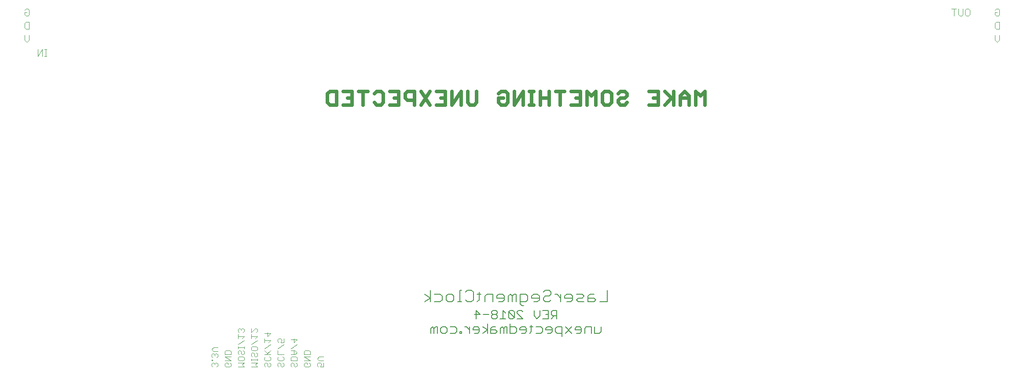
<source format=gbo>
G75*
%MOIN*%
%OFA0B0*%
%FSLAX25Y25*%
%IPPOS*%
%LPD*%
%AMOC8*
5,1,8,0,0,1.08239X$1,22.5*
%
%ADD10C,0.00800*%
%ADD11C,0.00600*%
%ADD12C,0.02600*%
%ADD13C,0.00400*%
D10*
X0377848Y0084700D02*
X0382252Y0087636D01*
X0377848Y0090572D01*
X0382252Y0093508D02*
X0382252Y0084700D01*
X0385220Y0084700D02*
X0389623Y0084700D01*
X0391091Y0086168D01*
X0391091Y0089104D01*
X0389623Y0090572D01*
X0385220Y0090572D01*
X0394059Y0089104D02*
X0394059Y0086168D01*
X0395527Y0084700D01*
X0398463Y0084700D01*
X0399931Y0086168D01*
X0399931Y0089104D01*
X0398463Y0090572D01*
X0395527Y0090572D01*
X0394059Y0089104D01*
X0402888Y0084700D02*
X0405824Y0084700D01*
X0404356Y0084700D02*
X0404356Y0093508D01*
X0405824Y0093508D01*
X0408792Y0092040D02*
X0410260Y0093508D01*
X0413196Y0093508D01*
X0414664Y0092040D01*
X0414664Y0086168D01*
X0413196Y0084700D01*
X0410260Y0084700D01*
X0408792Y0086168D01*
X0417621Y0084700D02*
X0419089Y0086168D01*
X0419089Y0092040D01*
X0420557Y0090572D02*
X0417621Y0090572D01*
X0423524Y0089104D02*
X0423524Y0084700D01*
X0423524Y0089104D02*
X0424992Y0090572D01*
X0429396Y0090572D01*
X0429396Y0084700D01*
X0432364Y0087636D02*
X0438236Y0087636D01*
X0438236Y0089104D02*
X0436768Y0090572D01*
X0433832Y0090572D01*
X0432364Y0089104D01*
X0432364Y0087636D01*
X0433832Y0084700D02*
X0436768Y0084700D01*
X0438236Y0086168D01*
X0438236Y0089104D01*
X0441204Y0089104D02*
X0441204Y0084700D01*
X0444139Y0084700D02*
X0444139Y0089104D01*
X0442671Y0090572D01*
X0441204Y0089104D01*
X0444139Y0089104D02*
X0445607Y0090572D01*
X0447075Y0090572D01*
X0447075Y0084700D01*
X0450043Y0084700D02*
X0454447Y0084700D01*
X0455915Y0086168D01*
X0455915Y0089104D01*
X0454447Y0090572D01*
X0450043Y0090572D01*
X0450043Y0083232D01*
X0451511Y0081764D01*
X0452979Y0081764D01*
X0460351Y0084700D02*
X0463286Y0084700D01*
X0464754Y0086168D01*
X0464754Y0089104D01*
X0463286Y0090572D01*
X0460351Y0090572D01*
X0458883Y0089104D01*
X0458883Y0087636D01*
X0464754Y0087636D01*
X0467722Y0087636D02*
X0467722Y0086168D01*
X0469190Y0084700D01*
X0472126Y0084700D01*
X0473594Y0086168D01*
X0472126Y0089104D02*
X0469190Y0089104D01*
X0467722Y0087636D01*
X0467722Y0092040D02*
X0469190Y0093508D01*
X0472126Y0093508D01*
X0473594Y0092040D01*
X0473594Y0090572D01*
X0472126Y0089104D01*
X0476556Y0090572D02*
X0478024Y0090572D01*
X0480960Y0087636D01*
X0480960Y0084700D02*
X0480960Y0090572D01*
X0483928Y0089104D02*
X0483928Y0087636D01*
X0489800Y0087636D01*
X0489800Y0089104D02*
X0488332Y0090572D01*
X0485396Y0090572D01*
X0483928Y0089104D01*
X0485396Y0084700D02*
X0488332Y0084700D01*
X0489800Y0086168D01*
X0489800Y0089104D01*
X0492768Y0090572D02*
X0497171Y0090572D01*
X0498639Y0089104D01*
X0497171Y0087636D01*
X0494236Y0087636D01*
X0492768Y0086168D01*
X0494236Y0084700D01*
X0498639Y0084700D01*
X0501607Y0084700D02*
X0506011Y0084700D01*
X0507479Y0086168D01*
X0506011Y0087636D01*
X0501607Y0087636D01*
X0501607Y0089104D02*
X0501607Y0084700D01*
X0501607Y0089104D02*
X0503075Y0090572D01*
X0506011Y0090572D01*
X0510447Y0084700D02*
X0516318Y0084700D01*
X0516318Y0093508D01*
D11*
X0477930Y0078305D02*
X0477930Y0071900D01*
X0477930Y0074035D02*
X0474727Y0074035D01*
X0473659Y0075103D01*
X0473659Y0077238D01*
X0474727Y0078305D01*
X0477930Y0078305D01*
X0475794Y0074035D02*
X0473659Y0071900D01*
X0471484Y0071900D02*
X0467214Y0071900D01*
X0465039Y0074035D02*
X0462903Y0071900D01*
X0460768Y0074035D01*
X0460768Y0078305D01*
X0465039Y0078305D02*
X0465039Y0074035D01*
X0469349Y0075103D02*
X0471484Y0075103D01*
X0471484Y0078305D02*
X0467214Y0078305D01*
X0471484Y0078305D02*
X0471484Y0071900D01*
X0470850Y0065838D02*
X0469616Y0064603D01*
X0469616Y0063369D01*
X0474553Y0063369D01*
X0474553Y0064603D02*
X0474553Y0062134D01*
X0473319Y0060900D01*
X0470850Y0060900D01*
X0467187Y0062134D02*
X0465953Y0060900D01*
X0462249Y0060900D01*
X0458586Y0062134D02*
X0457352Y0060900D01*
X0458586Y0062134D02*
X0458586Y0067072D01*
X0459821Y0065838D02*
X0457352Y0065838D01*
X0454910Y0064603D02*
X0453675Y0065838D01*
X0451207Y0065838D01*
X0449972Y0064603D01*
X0449972Y0063369D01*
X0454910Y0063369D01*
X0454910Y0064603D02*
X0454910Y0062134D01*
X0453675Y0060900D01*
X0451207Y0060900D01*
X0447544Y0062134D02*
X0447544Y0064603D01*
X0446309Y0065838D01*
X0442606Y0065838D01*
X0440177Y0065838D02*
X0438943Y0065838D01*
X0437709Y0064603D01*
X0436474Y0065838D01*
X0435240Y0064603D01*
X0435240Y0060900D01*
X0437709Y0060900D02*
X0437709Y0064603D01*
X0440177Y0065838D02*
X0440177Y0060900D01*
X0442606Y0060900D02*
X0446309Y0060900D01*
X0447544Y0062134D01*
X0442606Y0060900D02*
X0442606Y0068306D01*
X0442499Y0071900D02*
X0444634Y0071900D01*
X0445702Y0072968D01*
X0441432Y0077238D01*
X0441432Y0072968D01*
X0442499Y0071900D01*
X0439257Y0071900D02*
X0434986Y0071900D01*
X0437121Y0071900D02*
X0437121Y0078305D01*
X0439257Y0076170D01*
X0441432Y0077238D02*
X0442499Y0078305D01*
X0444634Y0078305D01*
X0445702Y0077238D01*
X0445702Y0072968D01*
X0447877Y0071900D02*
X0452148Y0071900D01*
X0447877Y0076170D01*
X0447877Y0077238D01*
X0448945Y0078305D01*
X0451080Y0078305D01*
X0452148Y0077238D01*
X0462249Y0065838D02*
X0465953Y0065838D01*
X0467187Y0064603D01*
X0467187Y0062134D01*
X0470850Y0065838D02*
X0473319Y0065838D01*
X0474553Y0064603D01*
X0476982Y0064603D02*
X0476982Y0062134D01*
X0478216Y0060900D01*
X0481920Y0060900D01*
X0484348Y0060900D02*
X0489286Y0065838D01*
X0491715Y0064603D02*
X0491715Y0063369D01*
X0496652Y0063369D01*
X0496652Y0064603D02*
X0496652Y0062134D01*
X0495418Y0060900D01*
X0492949Y0060900D01*
X0489286Y0060900D02*
X0484348Y0065838D01*
X0481920Y0065838D02*
X0478216Y0065838D01*
X0476982Y0064603D01*
X0481920Y0065838D02*
X0481920Y0058431D01*
X0491715Y0064603D02*
X0492949Y0065838D01*
X0495418Y0065838D01*
X0496652Y0064603D01*
X0499081Y0064603D02*
X0499081Y0060900D01*
X0499081Y0064603D02*
X0500315Y0065838D01*
X0504018Y0065838D01*
X0504018Y0060900D01*
X0506447Y0060900D02*
X0506447Y0065838D01*
X0511385Y0065838D02*
X0511385Y0062134D01*
X0510150Y0060900D01*
X0506447Y0060900D01*
X0432811Y0062134D02*
X0431577Y0063369D01*
X0427873Y0063369D01*
X0427873Y0064603D02*
X0427873Y0060900D01*
X0431577Y0060900D01*
X0432811Y0062134D01*
X0431577Y0065838D02*
X0429108Y0065838D01*
X0427873Y0064603D01*
X0425445Y0063369D02*
X0421742Y0065838D01*
X0419306Y0064603D02*
X0419306Y0062134D01*
X0418072Y0060900D01*
X0415603Y0060900D01*
X0414369Y0063369D02*
X0419306Y0063369D01*
X0419306Y0064603D02*
X0418072Y0065838D01*
X0415603Y0065838D01*
X0414369Y0064603D01*
X0414369Y0063369D01*
X0411940Y0063369D02*
X0409471Y0065838D01*
X0408237Y0065838D01*
X0411940Y0065838D02*
X0411940Y0060900D01*
X0405801Y0060900D02*
X0404567Y0060900D01*
X0404567Y0062134D01*
X0405801Y0062134D01*
X0405801Y0060900D01*
X0402118Y0062134D02*
X0402118Y0064603D01*
X0400884Y0065838D01*
X0397181Y0065838D01*
X0394752Y0064603D02*
X0394752Y0062134D01*
X0393517Y0060900D01*
X0391049Y0060900D01*
X0389814Y0062134D01*
X0389814Y0064603D01*
X0391049Y0065838D01*
X0393517Y0065838D01*
X0394752Y0064603D01*
X0397181Y0060900D02*
X0400884Y0060900D01*
X0402118Y0062134D01*
X0387386Y0060900D02*
X0387386Y0065838D01*
X0386151Y0065838D01*
X0384917Y0064603D01*
X0383682Y0065838D01*
X0382448Y0064603D01*
X0382448Y0060900D01*
X0384917Y0060900D02*
X0384917Y0064603D01*
X0415650Y0075103D02*
X0419920Y0075103D01*
X0416717Y0078305D01*
X0416717Y0071900D01*
X0422095Y0075103D02*
X0426366Y0075103D01*
X0428541Y0076170D02*
X0429608Y0075103D01*
X0431743Y0075103D01*
X0432811Y0076170D01*
X0432811Y0077238D01*
X0431743Y0078305D01*
X0429608Y0078305D01*
X0428541Y0077238D01*
X0428541Y0076170D01*
X0429608Y0075103D02*
X0428541Y0074035D01*
X0428541Y0072968D01*
X0429608Y0071900D01*
X0431743Y0071900D01*
X0432811Y0072968D01*
X0432811Y0074035D01*
X0431743Y0075103D01*
X0425445Y0068306D02*
X0425445Y0060900D01*
X0425445Y0063369D02*
X0421742Y0060900D01*
D12*
X0415500Y0234000D02*
X0412097Y0234000D01*
X0410395Y0235701D01*
X0410395Y0244209D01*
X0405415Y0244209D02*
X0398609Y0234000D01*
X0398609Y0244209D01*
X0393629Y0244209D02*
X0393629Y0234000D01*
X0386823Y0234000D01*
X0381843Y0234000D02*
X0375037Y0244209D01*
X0370057Y0244209D02*
X0364952Y0244209D01*
X0363251Y0242507D01*
X0363251Y0239104D01*
X0364952Y0237403D01*
X0370057Y0237403D01*
X0370057Y0234000D02*
X0370057Y0244209D01*
X0358271Y0244209D02*
X0358271Y0234000D01*
X0351465Y0234000D01*
X0346485Y0235701D02*
X0344783Y0234000D01*
X0341380Y0234000D01*
X0339679Y0235701D01*
X0346485Y0235701D02*
X0346485Y0242507D01*
X0344783Y0244209D01*
X0341380Y0244209D01*
X0339679Y0242507D01*
X0334699Y0244209D02*
X0327893Y0244209D01*
X0331296Y0244209D02*
X0331296Y0234000D01*
X0322913Y0234000D02*
X0316107Y0234000D01*
X0311126Y0234000D02*
X0306022Y0234000D01*
X0304321Y0235701D01*
X0304321Y0242507D01*
X0306022Y0244209D01*
X0311126Y0244209D01*
X0311126Y0234000D01*
X0319510Y0239104D02*
X0322913Y0239104D01*
X0322913Y0234000D02*
X0322913Y0244209D01*
X0316107Y0244209D01*
X0351465Y0244209D02*
X0358271Y0244209D01*
X0358271Y0239104D02*
X0354868Y0239104D01*
X0375037Y0234000D02*
X0381843Y0244209D01*
X0386823Y0244209D02*
X0393629Y0244209D01*
X0393629Y0239104D02*
X0390226Y0239104D01*
X0405415Y0234000D02*
X0405415Y0244209D01*
X0417201Y0244209D02*
X0417201Y0235701D01*
X0415500Y0234000D01*
X0433967Y0235701D02*
X0433967Y0239104D01*
X0437370Y0239104D01*
X0433967Y0235701D02*
X0435669Y0234000D01*
X0439072Y0234000D01*
X0440773Y0235701D01*
X0440773Y0242507D01*
X0439072Y0244209D01*
X0435669Y0244209D01*
X0433967Y0242507D01*
X0445754Y0244209D02*
X0445754Y0234000D01*
X0452559Y0244209D01*
X0452559Y0234000D01*
X0457014Y0234000D02*
X0460417Y0234000D01*
X0458715Y0234000D02*
X0458715Y0244209D01*
X0457014Y0244209D02*
X0460417Y0244209D01*
X0465397Y0244209D02*
X0465397Y0234000D01*
X0465397Y0239104D02*
X0472203Y0239104D01*
X0472203Y0234000D02*
X0472203Y0244209D01*
X0477183Y0244209D02*
X0483989Y0244209D01*
X0480586Y0244209D02*
X0480586Y0234000D01*
X0488969Y0234000D02*
X0495775Y0234000D01*
X0495775Y0244209D01*
X0488969Y0244209D01*
X0492372Y0239104D02*
X0495775Y0239104D01*
X0500755Y0244209D02*
X0500755Y0234000D01*
X0507561Y0234000D02*
X0507561Y0244209D01*
X0504158Y0240806D01*
X0500755Y0244209D01*
X0512541Y0242507D02*
X0512541Y0235701D01*
X0514243Y0234000D01*
X0517646Y0234000D01*
X0519347Y0235701D01*
X0519347Y0242507D01*
X0517646Y0244209D01*
X0514243Y0244209D01*
X0512541Y0242507D01*
X0524327Y0242507D02*
X0526029Y0244209D01*
X0529432Y0244209D01*
X0531133Y0242507D01*
X0531133Y0240806D01*
X0529432Y0239104D01*
X0526029Y0239104D01*
X0524327Y0237403D01*
X0524327Y0235701D01*
X0526029Y0234000D01*
X0529432Y0234000D01*
X0531133Y0235701D01*
X0547900Y0234000D02*
X0554705Y0234000D01*
X0554705Y0244209D01*
X0547900Y0244209D01*
X0551302Y0239104D02*
X0554705Y0239104D01*
X0559686Y0234000D02*
X0564790Y0239104D01*
X0566491Y0237403D02*
X0559686Y0244209D01*
X0566491Y0244209D02*
X0566491Y0234000D01*
X0571472Y0234000D02*
X0571472Y0240806D01*
X0574875Y0244209D01*
X0578277Y0240806D01*
X0578277Y0234000D01*
X0583258Y0234000D02*
X0583258Y0244209D01*
X0586661Y0240806D01*
X0590064Y0244209D01*
X0590064Y0234000D01*
X0578277Y0239104D02*
X0571472Y0239104D01*
D13*
X0217169Y0035500D02*
X0216402Y0036267D01*
X0216402Y0037802D01*
X0217169Y0038569D01*
X0217937Y0038569D01*
X0218704Y0037802D01*
X0218704Y0037035D01*
X0218704Y0037802D02*
X0219471Y0038569D01*
X0220239Y0038569D01*
X0221006Y0037802D01*
X0221006Y0036267D01*
X0220239Y0035500D01*
X0217169Y0040104D02*
X0217169Y0040871D01*
X0216402Y0040871D01*
X0216402Y0040104D01*
X0217169Y0040104D01*
X0217169Y0042406D02*
X0216402Y0043173D01*
X0216402Y0044708D01*
X0217169Y0045475D01*
X0217937Y0045475D01*
X0218704Y0044708D01*
X0218704Y0043941D01*
X0218704Y0044708D02*
X0219471Y0045475D01*
X0220239Y0045475D01*
X0221006Y0044708D01*
X0221006Y0043173D01*
X0220239Y0042406D01*
X0221006Y0047010D02*
X0217937Y0047010D01*
X0216402Y0048544D01*
X0217937Y0050079D01*
X0221006Y0050079D01*
X0226402Y0047010D02*
X0227169Y0047777D01*
X0230239Y0047777D01*
X0231006Y0047010D01*
X0231006Y0044708D01*
X0226402Y0044708D01*
X0226402Y0047010D01*
X0226402Y0043173D02*
X0231006Y0043173D01*
X0231006Y0040104D02*
X0226402Y0043173D01*
X0226402Y0040104D02*
X0231006Y0040104D01*
X0230239Y0038569D02*
X0231006Y0037802D01*
X0231006Y0036267D01*
X0230239Y0035500D01*
X0227169Y0035500D01*
X0226402Y0036267D01*
X0226402Y0037802D01*
X0227169Y0038569D01*
X0228704Y0038569D01*
X0228704Y0037035D01*
X0236402Y0038569D02*
X0241006Y0038569D01*
X0239471Y0037035D01*
X0241006Y0035500D01*
X0236402Y0035500D01*
X0237169Y0040104D02*
X0236402Y0040871D01*
X0236402Y0042406D01*
X0237169Y0043173D01*
X0240239Y0043173D01*
X0241006Y0042406D01*
X0241006Y0040871D01*
X0240239Y0040104D01*
X0237169Y0040104D01*
X0237169Y0044708D02*
X0236402Y0045475D01*
X0236402Y0047010D01*
X0237169Y0047777D01*
X0237937Y0047777D01*
X0238704Y0047010D01*
X0238704Y0045475D01*
X0239471Y0044708D01*
X0240239Y0044708D01*
X0241006Y0045475D01*
X0241006Y0047010D01*
X0240239Y0047777D01*
X0241006Y0049312D02*
X0241006Y0050846D01*
X0241006Y0050079D02*
X0236402Y0050079D01*
X0236402Y0049312D02*
X0236402Y0050846D01*
X0236402Y0052381D02*
X0241006Y0055450D01*
X0239471Y0056985D02*
X0241006Y0058520D01*
X0236402Y0058520D01*
X0236402Y0060054D02*
X0236402Y0056985D01*
X0237169Y0061589D02*
X0236402Y0062356D01*
X0236402Y0063891D01*
X0237169Y0064658D01*
X0237937Y0064658D01*
X0238704Y0063891D01*
X0238704Y0063124D01*
X0238704Y0063891D02*
X0239471Y0064658D01*
X0240239Y0064658D01*
X0241006Y0063891D01*
X0241006Y0062356D01*
X0240239Y0061589D01*
X0246402Y0061589D02*
X0249471Y0064658D01*
X0250239Y0064658D01*
X0251006Y0063891D01*
X0251006Y0062356D01*
X0250239Y0061589D01*
X0251006Y0058520D02*
X0246402Y0058520D01*
X0246402Y0060054D02*
X0246402Y0056985D01*
X0249471Y0056985D02*
X0251006Y0058520D01*
X0251006Y0055450D02*
X0246402Y0052381D01*
X0247169Y0050846D02*
X0250239Y0050846D01*
X0251006Y0050079D01*
X0251006Y0048544D01*
X0250239Y0047777D01*
X0247169Y0047777D01*
X0246402Y0048544D01*
X0246402Y0050079D01*
X0247169Y0050846D01*
X0247169Y0046242D02*
X0246402Y0045475D01*
X0246402Y0043941D01*
X0247169Y0043173D01*
X0246402Y0041639D02*
X0246402Y0040104D01*
X0246402Y0040871D02*
X0251006Y0040871D01*
X0251006Y0040104D02*
X0251006Y0041639D01*
X0250239Y0043173D02*
X0249471Y0043173D01*
X0248704Y0043941D01*
X0248704Y0045475D01*
X0247937Y0046242D01*
X0247169Y0046242D01*
X0250239Y0046242D02*
X0251006Y0045475D01*
X0251006Y0043941D01*
X0250239Y0043173D01*
X0251006Y0038569D02*
X0246402Y0038569D01*
X0246402Y0035500D02*
X0251006Y0035500D01*
X0249471Y0037035D01*
X0251006Y0038569D01*
X0256402Y0037802D02*
X0256402Y0036267D01*
X0257169Y0035500D01*
X0258704Y0036267D02*
X0258704Y0037802D01*
X0257937Y0038569D01*
X0257169Y0038569D01*
X0256402Y0037802D01*
X0257169Y0040104D02*
X0256402Y0040871D01*
X0256402Y0042406D01*
X0257169Y0043173D01*
X0256402Y0044708D02*
X0261006Y0044708D01*
X0260239Y0043173D02*
X0261006Y0042406D01*
X0261006Y0040871D01*
X0260239Y0040104D01*
X0257169Y0040104D01*
X0260239Y0038569D02*
X0261006Y0037802D01*
X0261006Y0036267D01*
X0260239Y0035500D01*
X0259471Y0035500D01*
X0258704Y0036267D01*
X0266402Y0036267D02*
X0266402Y0037802D01*
X0267169Y0038569D01*
X0267937Y0038569D01*
X0268704Y0037802D01*
X0268704Y0036267D01*
X0269471Y0035500D01*
X0270239Y0035500D01*
X0271006Y0036267D01*
X0271006Y0037802D01*
X0270239Y0038569D01*
X0270239Y0040104D02*
X0267169Y0040104D01*
X0266402Y0040871D01*
X0266402Y0042406D01*
X0267169Y0043173D01*
X0266402Y0044708D02*
X0266402Y0047777D01*
X0266402Y0049312D02*
X0271006Y0052381D01*
X0271006Y0053916D02*
X0268704Y0053916D01*
X0269471Y0055450D01*
X0269471Y0056218D01*
X0268704Y0056985D01*
X0267169Y0056985D01*
X0266402Y0056218D01*
X0266402Y0054683D01*
X0267169Y0053916D01*
X0271006Y0053916D02*
X0271006Y0056985D01*
X0276402Y0056218D02*
X0281006Y0056218D01*
X0278704Y0053916D01*
X0278704Y0056985D01*
X0281006Y0052381D02*
X0276402Y0049312D01*
X0276402Y0047777D02*
X0279471Y0047777D01*
X0281006Y0046242D01*
X0279471Y0044708D01*
X0276402Y0044708D01*
X0277169Y0043173D02*
X0280239Y0043173D01*
X0281006Y0042406D01*
X0281006Y0040104D01*
X0276402Y0040104D01*
X0276402Y0042406D01*
X0277169Y0043173D01*
X0278704Y0044708D02*
X0278704Y0047777D01*
X0286402Y0047010D02*
X0286402Y0044708D01*
X0291006Y0044708D01*
X0291006Y0047010D01*
X0290239Y0047777D01*
X0287169Y0047777D01*
X0286402Y0047010D01*
X0286402Y0043173D02*
X0291006Y0043173D01*
X0291006Y0040104D02*
X0286402Y0040104D01*
X0287169Y0038569D02*
X0288704Y0038569D01*
X0288704Y0037035D01*
X0290239Y0038569D02*
X0291006Y0037802D01*
X0291006Y0036267D01*
X0290239Y0035500D01*
X0287169Y0035500D01*
X0286402Y0036267D01*
X0286402Y0037802D01*
X0287169Y0038569D01*
X0291006Y0040104D02*
X0286402Y0043173D01*
X0281006Y0037802D02*
X0280239Y0038569D01*
X0281006Y0037802D02*
X0281006Y0036267D01*
X0280239Y0035500D01*
X0279471Y0035500D01*
X0278704Y0036267D01*
X0278704Y0037802D01*
X0277937Y0038569D01*
X0277169Y0038569D01*
X0276402Y0037802D01*
X0276402Y0036267D01*
X0277169Y0035500D01*
X0271006Y0040871D02*
X0270239Y0040104D01*
X0271006Y0040871D02*
X0271006Y0042406D01*
X0270239Y0043173D01*
X0271006Y0044708D02*
X0266402Y0044708D01*
X0261006Y0047777D02*
X0257937Y0044708D01*
X0258704Y0045475D02*
X0256402Y0047777D01*
X0256402Y0049312D02*
X0261006Y0052381D01*
X0259471Y0053916D02*
X0261006Y0055450D01*
X0256402Y0055450D01*
X0256402Y0053916D02*
X0256402Y0056985D01*
X0258704Y0058520D02*
X0258704Y0061589D01*
X0261006Y0060822D02*
X0258704Y0058520D01*
X0256402Y0060822D02*
X0261006Y0060822D01*
X0246402Y0061589D02*
X0246402Y0064658D01*
X0296402Y0041639D02*
X0297937Y0043173D01*
X0301006Y0043173D01*
X0301006Y0040104D02*
X0297937Y0040104D01*
X0296402Y0041639D01*
X0297169Y0038569D02*
X0296402Y0037802D01*
X0296402Y0036267D01*
X0297169Y0035500D01*
X0298704Y0035500D02*
X0299471Y0037035D01*
X0299471Y0037802D01*
X0298704Y0038569D01*
X0297169Y0038569D01*
X0298704Y0035500D02*
X0301006Y0035500D01*
X0301006Y0038569D01*
X0267169Y0035500D02*
X0266402Y0036267D01*
X0091646Y0270950D02*
X0089911Y0270950D01*
X0090779Y0270950D02*
X0090779Y0276154D01*
X0091646Y0276154D02*
X0089911Y0276154D01*
X0088208Y0276154D02*
X0084739Y0270950D01*
X0084739Y0276154D01*
X0088208Y0276154D02*
X0088208Y0270950D01*
X0076567Y0281500D02*
X0074832Y0283235D01*
X0074832Y0286704D01*
X0078302Y0286704D02*
X0078302Y0283235D01*
X0076567Y0281500D01*
X0075700Y0291500D02*
X0074832Y0292367D01*
X0074832Y0295837D01*
X0075700Y0296704D01*
X0078302Y0296704D01*
X0078302Y0291500D01*
X0075700Y0291500D01*
X0075700Y0301500D02*
X0074832Y0302367D01*
X0074832Y0304102D01*
X0076567Y0304102D01*
X0078302Y0302367D02*
X0077435Y0301500D01*
X0075700Y0301500D01*
X0078302Y0302367D02*
X0078302Y0305837D01*
X0077435Y0306704D01*
X0075700Y0306704D01*
X0074832Y0305837D01*
X0776970Y0306704D02*
X0780439Y0306704D01*
X0782126Y0306704D02*
X0782126Y0302367D01*
X0782993Y0301500D01*
X0784728Y0301500D01*
X0785596Y0302367D01*
X0785596Y0306704D01*
X0787282Y0305837D02*
X0788150Y0306704D01*
X0789885Y0306704D01*
X0790752Y0305837D01*
X0790752Y0302367D01*
X0789885Y0301500D01*
X0788150Y0301500D01*
X0787282Y0302367D01*
X0787282Y0305837D01*
X0778704Y0306704D02*
X0778704Y0301500D01*
X0809832Y0302367D02*
X0809832Y0304102D01*
X0811567Y0304102D01*
X0809832Y0302367D02*
X0810700Y0301500D01*
X0812435Y0301500D01*
X0813302Y0302367D01*
X0813302Y0305837D01*
X0812435Y0306704D01*
X0810700Y0306704D01*
X0809832Y0305837D01*
X0810700Y0296704D02*
X0813302Y0296704D01*
X0813302Y0291500D01*
X0810700Y0291500D01*
X0809832Y0292367D01*
X0809832Y0295837D01*
X0810700Y0296704D01*
X0809832Y0286704D02*
X0809832Y0283235D01*
X0811567Y0281500D01*
X0813302Y0283235D01*
X0813302Y0286704D01*
M02*

</source>
